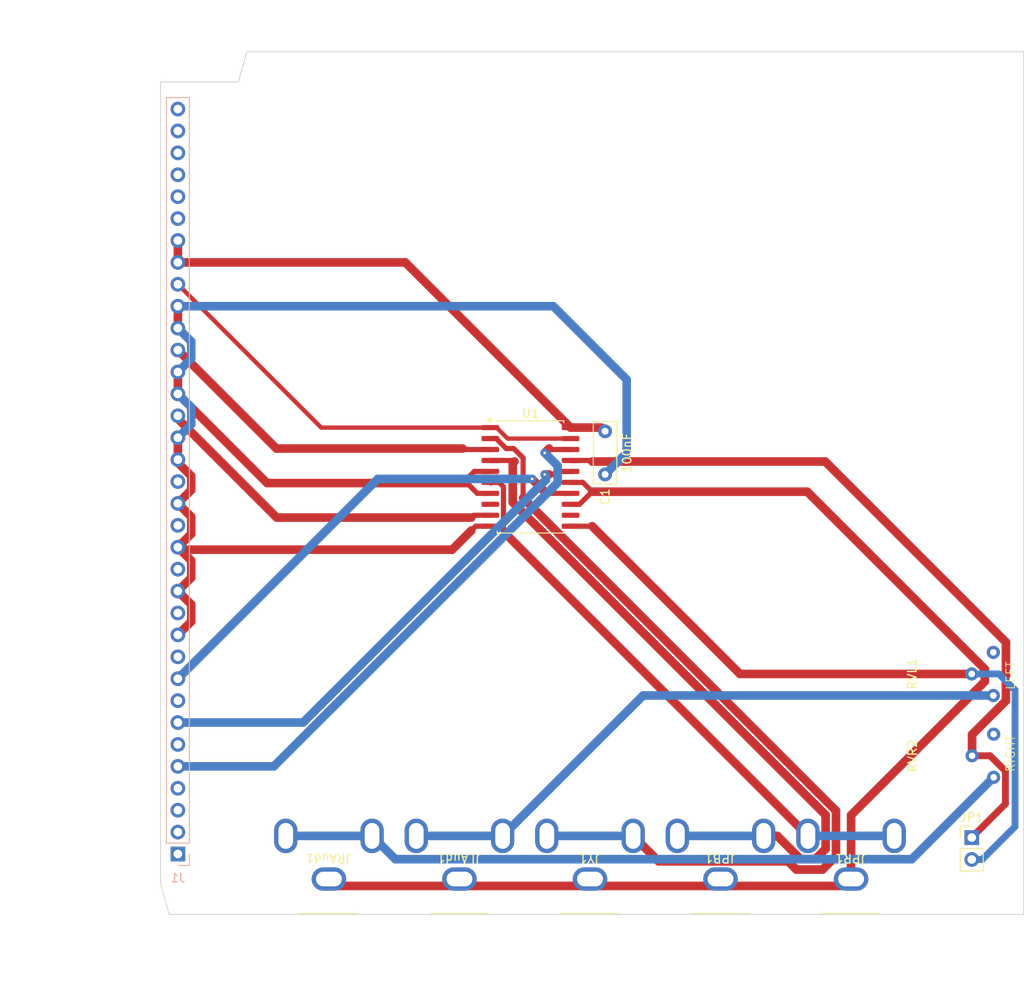
<source format=kicad_pcb>
(kicad_pcb (version 20240108) (generator "pcbnew") (generator_version "8.0")
  (layers (0 "F.Cu" signal) (31 "B.Cu" signal) (34 "B.Paste" user) (35 "F.Paste" user) (36 "B.SilkS" user "B.Silkscreen") (37 "F.SilkS" user "F.Silkscreen") (38 "B.Mask" user) (39 "F.Mask" user) (44 "Edge.Cuts" user))
  (net 0 "")
  (net 1 "/V_V")
  (net 2 "GND")
  (net 4 "/CV_Y")
  (net 7 "/V_G")
  (net 9 "/SV_Y")
  (net 11 "+5V")
  (net 12 "/R_AUD")
  (net 13 "/ACTIVE")
  (net 15 "/CV_Pr")
  (net 16 "/L_AUD")
  (net 18 "/V_B")
  (net 19 "/SV_L")
  (net 20 "/V_R")
  (net 21 "/V_H")
  (net 24 "/CV_Pb")
  (net 25 "Net-(JLAud1-In)")
  (net 26 "Net-(JPB1-In)")
  (net 27 "Net-(JPR1-In)")
  (net 28 "Net-(JP1-B)")
  (net 29 "Net-(JP1-A)")
  (net 30 "Net-(JLAud1-Ext)")
  (net 31 "Net-(JRAud1-In)")
  (net 32 "Net-(JY1-In)")
  (footprint "CheshBits:RCA Single (Altronics)" (layer "F.Cu") (at 140.625 137.9 180)
    (property "Reference" "JLAud1" (at 0 -2.6 180) (layer "F.SilkS"))
    (property "Value" "Conn_Coaxial")
    (fp_line (start -3.4 -9) (end 3.4 -9) (stroke (width 0.12)) (layer "F.SilkS"))
    (pad "1" thru_hole oval (at -5 0 270) (size 4 2.7) (drill oval 3 1.7) (layers "*.Cu" "*.Mask") (net 25 "Net-(JLAud1-In)"))
    (pad "1" thru_hole oval (at 5 0 270) (size 4 2.7) (drill oval 3 1.7) (layers "*.Cu" "*.Mask") (net 25 "Net-(JLAud1-In)"))
    (pad "2" thru_hole oval (at 0 -5 180) (size 4 2.7) (drill oval 3 1.7) (layers "*.Cu" "*.Mask") (net 30 "Net-(JLAud1-Ext)"))
  )
  (footprint "CheshBits:RCA Single (Altronics)" (layer "F.Cu") (at 155.75 137.9 180)
    (property "Reference" "JY1" (at 0 -2.6 180) (layer "F.SilkS"))
    (property "Value" "Conn_Coaxial")
    (fp_line (start -3.4 -9) (end 3.4 -9) (stroke (width 0.12)) (layer "F.SilkS"))
    (pad "1" thru_hole oval (at -5 0 270) (size 4 2.7) (drill oval 3 1.7) (layers "*.Cu" "*.Mask") (net 32 "Net-(JY1-In)"))
    (pad "1" thru_hole oval (at 5 0 270) (size 4 2.7) (drill oval 3 1.7) (layers "*.Cu" "*.Mask") (net 32 "Net-(JY1-In)"))
    (pad "2" thru_hole oval (at 0 -5 180) (size 4 2.7) (drill oval 3 1.7) (layers "*.Cu" "*.Mask") (net 30 "Net-(JLAud1-Ext)"))
  )
  (footprint "CheshBits:RCA Single (Altronics)" (layer "F.Cu") (at 186 137.9 180)
    (property "Reference" "JPR1" (at 0 -2.6 180) (layer "F.SilkS"))
    (property "Value" "Conn_Coaxial")
    (fp_line (start -3.4 -9) (end 3.4 -9) (stroke (width 0.12)) (layer "F.SilkS"))
    (pad "1" thru_hole oval (at -5 0 270) (size 4 2.7) (drill oval 3 1.7) (layers "*.Cu" "*.Mask") (net 27 "Net-(JPR1-In)"))
    (pad "1" thru_hole oval (at 5 0 270) (size 4 2.7) (drill oval 3 1.7) (layers "*.Cu" "*.Mask") (net 27 "Net-(JPR1-In)"))
    (pad "2" thru_hole oval (at 0 -5 180) (size 4 2.7) (drill oval 3 1.7) (layers "*.Cu" "*.Mask") (net 30 "Net-(JLAud1-Ext)"))
  )
  (footprint "Connector_PinHeader_2.54mm:PinHeader_1x02_P2.54mm_Vertical" (layer "F.Cu") (at 199.98 138.095)
    (property "Reference" "JP1" (at 0 -2.33 0) (layer "F.SilkS"))
    (property "Value" "Jumper_2_Open")
    (fp_line (start -1.33 -1.33) (end 0 -1.33) (stroke (width 0.12)) (layer "F.SilkS"))
    (fp_line (start -1.33 0) (end -1.33 -1.33) (stroke (width 0.12)) (layer "F.SilkS"))
    (fp_line (start -1.33 1.27) (end -1.33 3.87) (stroke (width 0.12)) (layer "F.SilkS"))
    (fp_line (start -1.33 1.27) (end 1.33 1.27) (stroke (width 0.12)) (layer "F.SilkS"))
    (fp_line (start -1.33 3.87) (end 1.33 3.87) (stroke (width 0.12)) (layer "F.SilkS"))
    (fp_line (start 1.33 1.27) (end 1.33 3.87) (stroke (width 0.12)) (layer "F.SilkS"))
    (pad "1" thru_hole rect (at 0 0) (size 1.7 1.7) (drill 1) (layers "*.Cu" "*.Mask") (net 29 "Net-(JP1-A)"))
    (pad "2" thru_hole oval (at 0 2.54) (size 1.7 1.7) (drill 1) (layers "*.Cu" "*.Mask") (net 28 "Net-(JP1-B)"))
  )
  (footprint "CheshBits:TrimPot Vertical (Altronics)" (layer "F.Cu") (at 193.62 128.61 90)
    (property "Reference" "RVR2" (at 0 -0.5 90) (layer "F.SilkS"))
    (property "Value" "10k")
    (pad "1" thru_hole circle (at -2.5 8.9 90) (size 1.524 1.524) (drill 0.762) (layers "*.Cu" "*.Mask") (net 31 "Net-(JRAud1-In)"))
    (pad "2" thru_hole circle (at 0 6.4 90) (size 1.524 1.524) (drill 0.762) (layers "*.Cu" "*.Mask") (net 29 "Net-(JP1-A)"))
    (pad "3" thru_hole circle (at 2.5 8.9 90) (size 1.524 1.524) (drill 0.762) (layers "*.Cu" "*.Mask"))
  )
  (footprint "Capacitor_THT:C_Disc_D7.0mm_W2.5mm_P5.00mm" (layer "F.Cu") (at 157.5 91 -90)
    (property "Reference" "C1" (at 7.58 0 90) (layer "F.SilkS"))
    (property "Value" "100nF" (at 2.5 -2.54 90) (layer "F.SilkS"))
    (fp_line (start -1.12 1.37) (end 6.12 1.37) (stroke (width 0.12)) (layer "F.SilkS"))
    (fp_line (start -1.12 -1.37) (end -1.12 1.37) (stroke (width 0.12)) (layer "F.SilkS"))
    (fp_line (start -1.12 -1.37) (end 6.12 -1.37) (stroke (width 0.12)) (layer "F.SilkS"))
    (fp_line (start 6.12 -1.37) (end 6.12 1.37) (stroke (width 0.12)) (layer "F.SilkS"))
    (pad "1" thru_hole circle (at 0 0 270) (size 1.6 1.6) (drill 0.8) (layers "*.Cu" "*.Mask") (net 11 "+5V"))
    (pad "2" thru_hole circle (at 5 0 270) (size 1.6 1.6) (drill 0.8) (layers "*.Cu" "*.Mask") (net 2 "GND"))
  )
  (footprint "CheshBits:TrimPot Vertical (Altronics)" (layer "F.Cu") (at 193.58 119.125 90)
    (property "Reference" "RVL1" (at 0 -0.5 90) (layer "F.SilkS"))
    (property "Value" "10k")
    (pad "1" thru_hole circle (at -2.5 8.9 90) (size 1.524 1.524) (drill 0.762) (layers "*.Cu" "*.Mask") (net 25 "Net-(JLAud1-In)"))
    (pad "2" thru_hole circle (at 0 6.4 90) (size 1.524 1.524) (drill 0.762) (layers "*.Cu" "*.Mask") (net 28 "Net-(JP1-B)"))
    (pad "3" thru_hole circle (at 2.5 8.9 90) (size 1.524 1.524) (drill 0.762) (layers "*.Cu" "*.Mask"))
  )
  (footprint "CheshBits:RCA Single (Altronics)" (layer "F.Cu") (at 125.5 137.9 180)
    (property "Reference" "JRAud1" (at 0 -2.6 180) (layer "F.SilkS"))
    (property "Value" "Conn_Coaxial")
    (fp_line (start -3.4 -9) (end 3.4 -9) (stroke (width 0.12)) (layer "F.SilkS"))
    (pad "1" thru_hole oval (at -5 0 270) (size 4 2.7) (drill oval 3 1.7) (layers "*.Cu" "*.Mask") (net 31 "Net-(JRAud1-In)"))
    (pad "1" thru_hole oval (at 5 0 270) (size 4 2.7) (drill oval 3 1.7) (layers "*.Cu" "*.Mask") (net 31 "Net-(JRAud1-In)"))
    (pad "2" thru_hole oval (at 0 -5 180) (size 4 2.7) (drill oval 3 1.7) (layers "*.Cu" "*.Mask") (net 30 "Net-(JLAud1-Ext)"))
  )
  (footprint "Package_SO:SOIC-20W_7.5x12.8mm_P1.27mm" (layer "F.Cu") (at 148.85 96.285)
    (property "Reference" "U1" (at 0 -7.35 0) (layer "F.SilkS"))
    (property "Value" "SN74CBT3244PW")
    (fp_line (start -3.86 -6.51) (end -3.86 -6.275) (stroke (width 0.12)) (layer "F.SilkS"))
    (fp_line (start -3.86 6.51) (end -3.86 6.275) (stroke (width 0.12)) (layer "F.SilkS"))
    (fp_line (start 0 -6.51) (end -3.86 -6.51) (stroke (width 0.12)) (layer "F.SilkS"))
    (fp_line (start 0 -6.51) (end 3.86 -6.51) (stroke (width 0.12)) (layer "F.SilkS"))
    (fp_line (start 0 6.51) (end -3.86 6.51) (stroke (width 0.12)) (layer "F.SilkS"))
    (fp_line (start 0 6.51) (end 3.86 6.51) (stroke (width 0.12)) (layer "F.SilkS"))
    (fp_line (start 3.86 -6.51) (end 3.86 -6.275) (stroke (width 0.12)) (layer "F.SilkS"))
    (fp_line (start 3.86 6.51) (end 3.86 6.275) (stroke (width 0.12)) (layer "F.SilkS"))
    (fp_poly (pts (xy -4.7125 -6.275) (xy -5.0525 -6.745) (xy -4.3725 -6.745) (xy -4.7125 -6.275)) (stroke (width 0.12)) (fill solid) (layer "F.SilkS"))
    (pad "1" smd roundrect (at -4.65 -5.715) (size 2.05 0.6) (layers "F.Cu" "F.Paste" "F.Mask") (net 13 "/ACTIVE"))
    (pad "2" smd roundrect (at -4.65 -4.445) (size 2.05 0.6) (layers "F.Cu" "F.Paste" "F.Mask") (net 32 "Net-(JY1-In)"))
    (pad "3" smd roundrect (at -4.65 -3.175) (size 2.05 0.6) (layers "F.Cu" "F.Paste" "F.Mask") (net 12 "/R_AUD"))
    (pad "4" smd roundrect (at -4.65 -1.905) (size 2.05 0.6) (layers "F.Cu" "F.Paste" "F.Mask") (net 26 "Net-(JPB1-In)"))
    (pad "5" smd roundrect (at -4.65 -0.635) (size 2.05 0.6) (layers "F.Cu" "F.Paste" "F.Mask") (net 2 "GND"))
    (pad "6" smd roundrect (at -4.65 0.635) (size 2.05 0.6) (layers "F.Cu" "F.Paste" "F.Mask") (net 27 "Net-(JPR1-In)"))
    (pad "7" smd roundrect (at -4.65 1.905) (size 2.05 0.6) (layers "F.Cu" "F.Paste" "F.Mask") (net 2 "GND"))
    (pad "8" smd roundrect (at -4.65 3.175) (size 2.05 0.6) (layers "F.Cu" "F.Paste" "F.Mask"))
    (pad "9" smd roundrect (at -4.65 4.445) (size 2.05 0.6) (layers "F.Cu" "F.Paste" "F.Mask") (net 16 "/L_AUD"))
    (pad "10" smd roundrect (at -4.65 5.715) (size 2.05 0.6) (layers "F.Cu" "F.Paste" "F.Mask") (net 2 "GND"))
    (pad "11" smd roundrect (at 4.65 5.715) (size 2.05 0.6) (layers "F.Cu" "F.Paste" "F.Mask") (net 28 "Net-(JP1-B)"))
    (pad "12" smd roundrect (at 4.65 4.445) (size 2.05 0.6) (layers "F.Cu" "F.Paste" "F.Mask"))
    (pad "13" smd roundrect (at 4.65 3.175) (size 2.05 0.6) (layers "F.Cu" "F.Paste" "F.Mask") (net 30 "Net-(JLAud1-Ext)"))
    (pad "14" smd roundrect (at 4.65 1.905) (size 2.05 0.6) (layers "F.Cu" "F.Paste" "F.Mask") (net 15 "/CV_Pr"))
    (pad "15" smd roundrect (at 4.65 0.635) (size 2.05 0.6) (layers "F.Cu" "F.Paste" "F.Mask") (net 30 "Net-(JLAud1-Ext)"))
    (pad "16" smd roundrect (at 4.65 -0.635) (size 2.05 0.6) (layers "F.Cu" "F.Paste" "F.Mask") (net 24 "/CV_Pb"))
    (pad "17" smd roundrect (at 4.65 -1.905) (size 2.05 0.6) (layers "F.Cu" "F.Paste" "F.Mask") (net 29 "Net-(JP1-A)"))
    (pad "18" smd roundrect (at 4.65 -3.175) (size 2.05 0.6) (layers "F.Cu" "F.Paste" "F.Mask") (net 4 "/CV_Y"))
    (pad "19" smd roundrect (at 4.65 -4.445) (size 2.05 0.6) (layers "F.Cu" "F.Paste" "F.Mask") (net 13 "/ACTIVE"))
    (pad "20" smd roundrect (at 4.65 -5.715) (size 2.05 0.6) (layers "F.Cu" "F.Paste" "F.Mask") (net 11 "+5V"))
  )
  (footprint "CheshBits:RCA Single (Altronics)" (layer "F.Cu") (at 170.875 137.9 180)
    (property "Reference" "JPB1" (at 0 -2.6 180) (layer "F.SilkS"))
    (property "Value" "Conn_Coaxial")
    (fp_line (start -3.4 -9) (end 3.4 -9) (stroke (width 0.12)) (layer "F.SilkS"))
    (pad "1" thru_hole oval (at -5 0 270) (size 4 2.7) (drill oval 3 1.7) (layers "*.Cu" "*.Mask") (net 26 "Net-(JPB1-In)"))
    (pad "1" thru_hole oval (at 5 0 270) (size 4 2.7) (drill oval 3 1.7) (layers "*.Cu" "*.Mask") (net 26 "Net-(JPB1-In)"))
    (pad "2" thru_hole oval (at 0 -5 180) (size 4 2.7) (drill oval 3 1.7) (layers "*.Cu" "*.Mask") (net 30 "Net-(JLAud1-Ext)"))
  )
  (footprint "Connector_PinSocket_2.54mm:PinSocket_1x35_P2.54mm_Vertical" (layer "B.Cu") (at 108 140)
    (property "Reference" "J1" (at 0 2.77 0) (layer "B.SilkS") (effects (justify mirror)))
    (property "Value" "Conn_01x35_Pin")
    (fp_line (start -1.33 -87.69) (end -1.33 -1.27) (stroke (width 0.12)) (layer "B.SilkS"))
    (fp_line (start 1.33 -87.69) (end -1.33 -87.69) (stroke (width 0.12)) (layer "B.SilkS"))
    (fp_line (start 1.33 -87.69) (end 1.33 -1.27) (stroke (width 0.12)) (layer "B.SilkS"))
    (fp_line (start 1.33 -1.27) (end -1.33 -1.27) (stroke (width 0.12)) (layer "B.SilkS"))
    (fp_line (start 1.33 0) (end 1.33 1.33) (stroke (width 0.12)) (layer "B.SilkS"))
    (fp_line (start 1.33 1.33) (end 0 1.33) (stroke (width 0.12)) (layer "B.SilkS"))
    (pad "1" thru_hole rect (at 0 0) (size 1.7 1.7) (drill 1) (layers "*.Cu" "*.Mask"))
    (pad "2" thru_hole oval (at 0 -2.54) (size 1.7 1.7) (drill 1) (layers "*.Cu" "*.Mask") (net 9 "/SV_Y"))
    (pad "3" thru_hole oval (at 0 -5.08) (size 1.7 1.7) (drill 1) (layers "*.Cu" "*.Mask") (net 2 "GND"))
    (pad "4" thru_hole oval (at 0 -7.62) (size 1.7 1.7) (drill 1) (layers "*.Cu" "*.Mask") (net 19 "/SV_L"))
    (pad "5" thru_hole oval (at 0 -10.16) (size 1.7 1.7) (drill 1) (layers "*.Cu" "*.Mask") (net 4 "/CV_Y"))
    (pad "6" thru_hole oval (at 0 -12.7) (size 1.7 1.7) (drill 1) (layers "*.Cu" "*.Mask") (net 2 "GND"))
    (pad "7" thru_hole oval (at 0 -15.24) (size 1.7 1.7) (drill 1) (layers "*.Cu" "*.Mask") (net 24 "/CV_Pb"))
    (pad "8" thru_hole oval (at 0 -17.78) (size 1.7 1.7) (drill 1) (layers "*.Cu" "*.Mask") (net 2 "GND"))
    (pad "9" thru_hole oval (at 0 -20.32) (size 1.7 1.7) (drill 1) (layers "*.Cu" "*.Mask") (net 15 "/CV_Pr"))
    (pad "10" thru_hole oval (at 0 -22.86) (size 1.7 1.7) (drill 1) (layers "*.Cu" "*.Mask") (net 20 "/V_R"))
    (pad "11" thru_hole oval (at 0 -25.4) (size 1.7 1.7) (drill 1) (layers "*.Cu" "*.Mask") (net 2 "GND"))
    (pad "12" thru_hole oval (at 0 -27.94) (size 1.7 1.7) (drill 1) (layers "*.Cu" "*.Mask") (net 7 "/V_G"))
    (pad "13" thru_hole oval (at 0 -30.48) (size 1.7 1.7) (drill 1) (layers "*.Cu" "*.Mask") (net 2 "GND"))
    (pad "14" thru_hole oval (at 0 -33.02) (size 1.7 1.7) (drill 1) (layers "*.Cu" "*.Mask") (net 18 "/V_B"))
    (pad "15" thru_hole oval (at 0 -35.56) (size 1.7 1.7) (drill 1) (layers "*.Cu" "*.Mask") (net 2 "GND"))
    (pad "16" thru_hole oval (at 0 -38.1) (size 1.7 1.7) (drill 1) (layers "*.Cu" "*.Mask") (net 21 "/V_H"))
    (pad "17" thru_hole oval (at 0 -40.64) (size 1.7 1.7) (drill 1) (layers "*.Cu" "*.Mask") (net 2 "GND"))
    (pad "18" thru_hole oval (at 0 -43.18) (size 1.7 1.7) (drill 1) (layers "*.Cu" "*.Mask") (net 1 "/V_V"))
    (pad "19" thru_hole oval (at 0 -45.72) (size 1.7 1.7) (drill 1) (layers "*.Cu" "*.Mask") (net 2 "GND"))
    (pad "20" thru_hole oval (at 0 -48.26) (size 1.7 1.7) (drill 1) (layers "*.Cu" "*.Mask") (net 2 "GND"))
    (pad "21" thru_hole oval (at 0 -50.8) (size 1.7 1.7) (drill 1) (layers "*.Cu" "*.Mask") (net 16 "/L_AUD"))
    (pad "22" thru_hole oval (at 0 -53.34) (size 1.7 1.7) (drill 1) (layers "*.Cu" "*.Mask") (net 2 "GND"))
    (pad "23" thru_hole oval (at 0 -55.88) (size 1.7 1.7) (drill 1) (layers "*.Cu" "*.Mask") (net 2 "GND"))
    (pad "24" thru_hole oval (at 0 -58.42) (size 1.7 1.7) (drill 1) (layers "*.Cu" "*.Mask") (net 12 "/R_AUD"))
    (pad "25" thru_hole oval (at 0 -60.96) (size 1.7 1.7) (drill 1) (layers "*.Cu" "*.Mask") (net 2 "GND"))
    (pad "26" thru_hole oval (at 0 -63.5) (size 1.7 1.7) (drill 1) (layers "*.Cu" "*.Mask") (net 2 "GND"))
    (pad "27" thru_hole oval (at 0 -66.04) (size 1.7 1.7) (drill 1) (layers "*.Cu" "*.Mask") (net 13 "/ACTIVE"))
    (pad "28" thru_hole oval (at 0 -68.58) (size 1.7 1.7) (drill 1) (layers "*.Cu" "*.Mask") (net 11 "+5V"))
    (pad "29" thru_hole oval (at 0 -71.12) (size 1.7 1.7) (drill 1) (layers "*.Cu" "*.Mask") (net 11 "+5V"))
    (pad "30" thru_hole oval (at 0 -73.66) (size 1.7 1.7) (drill 1) (layers "*.Cu" "*.Mask"))
    (pad "31" thru_hole oval (at 0 -76.2) (size 1.7 1.7) (drill 1) (layers "*.Cu" "*.Mask"))
    (pad "32" thru_hole oval (at 0 -78.74) (size 1.7 1.7) (drill 1) (layers "*.Cu" "*.Mask"))
    (pad "33" thru_hole oval (at 0 -81.28) (size 1.7 1.7) (drill 1) (layers "*.Cu" "*.Mask"))
    (pad "34" thru_hole oval (at 0 -83.82) (size 1.7 1.7) (drill 1) (layers "*.Cu" "*.Mask"))
    (pad "35" thru_hole oval (at 0 -86.36) (size 1.7 1.7) (drill 1) (layers "*.Cu" "*.Mask"))
  )
  (gr_poly (pts (xy 106 143.5) (xy 106 50.5) (xy 115 50.5) (xy 116 47) (xy 206 47) (xy 206 147) (xy 107 147)) (stroke (width 0.1)) (fill none) (layer "Edge.Cuts"))
  (gr_text "RIGHT\n" (at 205.06 130.555 90) (layer "F.SilkS") (effects (font (size 1 1) (thickness 0.1)) (justify left bottom)))
  (gr_text "LEFT\n" (at 205.06 121.03 90) (layer "F.SilkS") (effects (font (size 1 1) (thickness 0.1)) (justify left bottom)))
  (segment (start 109.55 111.07) (end 109.55 113.05) (width 1) (layer "F.Cu") (net 2))
  (segment (start 142.35 95.65) (end 144.2 95.65) (width 0.6) (layer "F.Cu") (net 2))
  (segment (start 141.5 96.5) (end 142.35 95.65) (width 0.6) (layer "F.Cu") (net 2))
  (segment (start 109.55 96.177968) (end 109.55 97.81) (width 1) (layer "F.Cu") (net 2))
  (segment (start 108 104.44) (end 108.28 104.72) (width 1) (layer "F.Cu") (net 2))
  (segment (start 108 84.12) (end 108 86.66) (width 1) (layer "F.Cu") (net 2))
  (segment (start 139.78 104.72) (end 142 102.5) (width 1) (layer "F.Cu") (net 2))
  (segment (start 108 109.52) (end 109.55 111.07) (width 1) (layer "F.Cu") (net 2))
  (segment (start 118.34 97) (end 141.5 97) (width 1) (layer "F.Cu") (net 2))
  (segment (start 109.55 113.05) (end 108 114.6) (width 1) (layer "F.Cu") (net 2))
  (segment (start 108 91.74) (end 108 94.28) (width 1) (layer "F.Cu") (net 2))
  (segment (start 109.55 97.81) (end 108 99.36) (width 1) (layer "F.Cu") (net 2))
  (segment (start 108 86.66) (end 118.34 97) (width 1) (layer "F.Cu") (net 2))
  (segment (start 142.5 102) (end 144.2 102) (width 0.6) (layer "F.Cu") (net 2))
  (segment (start 108 99.36) (end 109.55 100.91) (width 1) (layer "F.Cu") (net 2))
  (segment (start 109.55 102.89) (end 108 104.44) (width 1) (layer "F.Cu") (net 2))
  (segment (start 109.55 105.99) (end 109.55 107.97) (width 1) (layer "F.Cu") (net 2))
  (segment (start 108.28 104.72) (end 139.78 104.72) (width 1) (layer "F.Cu") (net 2))
  (segment (start 142.69 98.19) (end 144.2 98.19) (width 0.6) (layer "F.Cu") (net 2))
  (segment (start 141.5 97) (end 141.5 96.5) (width 0.6) (layer "F.Cu") (net 2))
  (segment (start 141.5 97) (end 142.69 98.19) (width 0.6) (layer "F.Cu") (net 2))
  (segment (start 108 104.44) (end 109.55 105.99) (width 1) (layer "F.Cu") (net 2))
  (segment (start 109.55 107.97) (end 108 109.52) (width 1) (layer "F.Cu") (net 2))
  (segment (start 108 94.28) (end 108 94.627968) (width 1) (layer "F.Cu") (net 2))
  (segment (start 109.55 100.91) (end 109.55 102.89) (width 1) (layer "F.Cu") (net 2))
  (segment (start 142 102.5) (end 142.5 102) (width 0.6) (layer "F.Cu") (net 2))
  (segment (start 108 76.5) (end 108 79.04) (width 1) (layer "F.Cu") (net 2))
  (segment (start 108 94.627968) (end 109.55 96.177968) (width 1) (layer "F.Cu") (net 2))
  (segment (start 160 85) (end 160 93.5) (width 1) (layer "B.Cu") (net 2))
  (segment (start 109.55 90.19) (end 109.55 88.21) (width 1) (layer "B.Cu") (net 2))
  (segment (start 108 84.12) (end 109.55 82.57) (width 1) (layer "B.Cu") (net 2))
  (segment (start 109.55 88.21) (end 108 86.66) (width 1) (layer "B.Cu") (net 2))
  (segment (start 108 76.5) (end 151.5 76.5) (width 1) (layer "B.Cu") (net 2))
  (segment (start 108 91.74) (end 109.55 90.19) (width 1) (layer "B.Cu") (net 2))
  (segment (start 109.55 80.59) (end 108 79.04) (width 1) (layer "B.Cu") (net 2))
  (segment (start 109.55 82.57) (end 109.55 80.59) (width 1) (layer "B.Cu") (net 2))
  (segment (start 151.5 76.5) (end 160 85) (width 1) (layer "B.Cu") (net 2))
  (segment (start 160 93.5) (end 157.5 96) (width 1) (layer "B.Cu") (net 2))
  (segment (start 151 93) (end 151.11 93.11) (width 0.6) (layer "F.Cu") (net 4))
  (segment (start 150.5 93.5) (end 151 93) (width 1) (layer "F.Cu") (net 4))
  (segment (start 151.11 93.11) (end 153.5 93.11) (width 0.6) (layer "F.Cu") (net 4))
  (via (at 150.5 93.5) (size 0.6) (drill 0.3) (layers "F.Cu" "B.Cu") (net 4))
  (segment (start 119.1217 129.84) (end 152 96.9617) (width 1) (layer "B.Cu") (net 4))
  (segment (start 108 129.84) (end 119.1217 129.84) (width 1) (layer "B.Cu") (net 4))
  (segment (start 152 95) (end 150.5 93.5) (width 1) (layer "B.Cu") (net 4))
  (segment (start 152 96.9617) (end 152 95) (width 1) (layer "B.Cu") (net 4))
  (segment (start 108 71.42) (end 134.35 71.42) (width 1) (layer "F.Cu") (net 11))
  (segment (start 153.5 90.57) (end 157.07 90.57) (width 1) (layer "F.Cu") (net 11))
  (segment (start 108 68.88) (end 108 71.42) (width 1) (layer "F.Cu") (net 11))
  (segment (start 134.35 71.42) (end 153.5 90.57) (width 1) (layer "F.Cu") (net 11))
  (segment (start 157.07 90.57) (end 157.5 91) (width 1) (layer "F.Cu") (net 11))
  (segment (start 119.42 93) (end 141 93) (width 1) (layer "F.Cu") (net 12))
  (segment (start 141.11 93.11) (end 144.2 93.11) (width 0.6) (layer "F.Cu") (net 12))
  (segment (start 108 81.58) (end 118 91.58) (width 1) (layer "F.Cu") (net 12))
  (segment (start 141 93) (end 141.11 93.11) (width 0.6) (layer "F.Cu") (net 12))
  (segment (start 118 91.58) (end 119.42 93) (width 1) (layer "F.Cu") (net 12))
  (segment (start 146.2 91.84) (end 153.5 91.84) (width 0.5) (layer "F.Cu") (net 13))
  (segment (start 144.2 90.57) (end 144.93 90.57) (width 0.5) (layer "F.Cu") (net 13))
  (segment (start 108 73.96) (end 124.61 90.57) (width 0.5) (layer "F.Cu") (net 13))
  (segment (start 144.93 90.57) (end 146.2 91.84) (width 0.5) (layer "F.Cu") (net 13))
  (segment (start 124.61 90.57) (end 144.2 90.57) (width 0.5) (layer "F.Cu") (net 13))
  (segment (start 150.69 98.19) (end 153.5 98.19) (width 0.6) (layer "F.Cu") (net 15))
  (segment (start 150.5 98) (end 149.05 96.55) (width 1) (layer "F.Cu") (net 15))
  (segment (start 150.5 98) (end 150.69 98.19) (width 0.6) (layer "F.Cu") (net 15))
  (segment (start 149.05 96.55) (end 149.05 96.517588) (width 1) (layer "F.Cu") (net 15))
  (via (at 149.05 96.517588) (size 0.6) (drill 0.3) (layers "F.Cu" "B.Cu") (net 15))
  (segment (start 131.162412 96.517588) (end 149.05 96.517588) (width 1) (layer "B.Cu") (net 15))
  (segment (start 108 119.68) (end 131.162412 96.517588) (width 1) (layer "B.Cu") (net 15))
  (segment (start 119.452032 101) (end 142 101) (width 1) (layer "F.Cu") (net 16))
  (segment (start 142 101) (end 142.27 100.73) (width 0.6) (layer "F.Cu") (net 16))
  (segment (start 108 89.2) (end 108 89.547968) (width 1) (layer "F.Cu") (net 16))
  (segment (start 142.27 100.73) (end 144.2 100.73) (width 0.6) (layer "F.Cu") (net 16))
  (segment (start 108 89.547968) (end 119.452032 101) (width 1) (layer "F.Cu") (net 16))
  (segment (start 151.5 96) (end 151.85 95.65) (width 0.6) (layer "F.Cu") (net 24))
  (segment (start 151 96) (end 151.5 96) (width 0.6) (layer "F.Cu") (net 24))
  (segment (start 151.85 95.65) (end 153.5 95.65) (width 0.6) (layer "F.Cu") (net 24))
  (segment (start 150.5 96) (end 151 96) (width 1) (layer "F.Cu") (net 24))
  (via (at 150.5 96) (size 0.6) (drill 0.3) (layers "F.Cu" "B.Cu") (net 24))
  (segment (start 150.651472 96.613172) (end 150.651472 96.151472) (width 1) (layer "B.Cu") (net 24))
  (segment (start 122.504644 124.76) (end 150.651472 96.613172) (width 1) (layer "B.Cu") (net 24))
  (segment (start 150.651472 96.151472) (end 150.5 96) (width 1) (layer "B.Cu") (net 24))
  (segment (start 108 124.76) (end 122.504644 124.76) (width 1) (layer "B.Cu") (net 24))
  (segment (start 135.625 137.9) (end 145.625 137.9) (width 1) (layer "B.Cu") (net 25))
  (segment (start 145.625 137.9) (end 161.9 121.625) (width 1) (layer "B.Cu") (net 25))
  (segment (start 161.9 121.625) (end 202.48 121.625) (width 1) (layer "B.Cu") (net 25))
  (segment (start 175.875 137.9) (end 177.450862 137.9) (width 1) (layer "F.Cu") (net 26))
  (segment (start 183.05 139.399138) (end 183.05 135.478294) (width 1) (layer "F.Cu") (net 26))
  (segment (start 183.05 135.478294) (end 146.8 99.228294) (width 1) (layer "F.Cu") (net 26))
  (segment (start 146.88 94.38) (end 144.2 94.38) (width 0.6) (layer "F.Cu") (net 26))
  (segment (start 147 94.5) (end 146.88 94.38) (width 0.6) (layer "F.Cu") (net 26))
  (segment (start 146.8 99.228294) (end 146.8 94.7) (width 1) (layer "F.Cu") (net 26))
  (segment (start 146.8 94.7) (end 147 94.5) (width 1) (layer "F.Cu") (net 26))
  (segment (start 181.849138 140.6) (end 183.05 139.399138) (width 1) (layer "F.Cu") (net 26))
  (segment (start 177.450862 137.9) (end 180.150862 140.6) (width 1) (layer "F.Cu") (net 26))
  (segment (start 180.150862 140.6) (end 181.849138 140.6) (width 1) (layer "F.Cu") (net 26))
  (segment (start 165.875 137.9) (end 175.875 137.9) (width 1) (layer "B.Cu") (net 26))
  (segment (start 145.224999 96.92) (end 144.2 96.92) (width 0.6) (layer "F.Cu") (net 27))
  (segment (start 146.5 103.4) (end 145.725 102.625) (width 0.6) (layer "F.Cu") (net 27))
  (segment (start 145.725 102.625) (end 145.725 97.420001) (width 0.6) (layer "F.Cu") (net 27))
  (segment (start 144.28 97) (end 144.2 96.92) (width 0.6) (layer "F.Cu") (net 27))
  (segment (start 181 137.9) (end 146.5 103.4) (width 1) (layer "F.Cu") (net 27))
  (segment (start 145.725 97.420001) (end 145.224999 96.92) (width 0.6) (layer "F.Cu") (net 27))
  (segment (start 181 137.9) (end 191 137.9) (width 1) (layer "B.Cu") (net 27))
  (segment (start 156 102) (end 153.5 102) (width 0.6) (layer "F.Cu") (net 28))
  (segment (start 173.125 119.125) (end 156 102) (width 1) (layer "F.Cu") (net 28))
  (segment (start 199.98 119.125) (end 173.125 119.125) (width 1) (layer "F.Cu") (net 28))
  (segment (start 201.182081 140.635) (end 205 136.817081) (width 0.8) (layer "B.Cu") (net 28))
  (segment (start 203.125 119.125) (end 199.98 119.125) (width 0.8) (layer "B.Cu") (net 28))
  (segment (start 199.98 140.635) (end 201.182081 140.635) (width 0.8) (layer "B.Cu") (net 28))
  (segment (start 205 121) (end 203.125 119.125) (width 0.8) (layer "B.Cu") (net 28))
  (segment (start 205 136.817081) (end 205 121) (width 0.8) (layer "B.Cu") (net 28))
  (segment (start 199.98 138.095) (end 203.882 134.193) (width 0.8) (layer "F.Cu") (net 29))
  (segment (start 156 94.5) (end 155.88 94.38) (width 0.6) (layer "F.Cu") (net 29))
  (segment (start 203.882 130.382) (end 202.11 128.61) (width 0.8) (layer "F.Cu") (net 29))
  (segment (start 155.88 94.38) (end 153.5 94.38) (width 0.6) (layer "F.Cu") (net 29))
  (segment (start 203.942 115.442) (end 183 94.5) (width 1) (layer "F.Cu") (net 29))
  (segment (start 202.11 128.61) (end 200.02 128.61) (width 0.8) (layer "F.Cu") (net 29))
  (segment (start 203.882 134.193) (end 203.882 130.382) (width 0.8) (layer "F.Cu") (net 29))
  (segment (start 200.02 128.61) (end 200.02 126.152581) (width 1) (layer "F.Cu") (net 29))
  (segment (start 203.942 122.230581) (end 203.942 115.442) (width 1) (layer "F.Cu") (net 29))
  (segment (start 183 94.5) (end 156 94.5) (width 1) (layer "F.Cu") (net 29))
  (segment (start 200.02 126.152581) (end 203.942 122.230581) (width 1) (layer "F.Cu") (net 29))
  (segment (start 186 142.9) (end 185.2 143.7) (width 1) (layer "F.Cu") (net 30))
  (segment (start 201.5 118.577419) (end 180.922581 98) (width 1) (layer "F.Cu") (net 30))
  (segment (start 186 142.9) (end 186 135.5) (width 1) (layer "F.Cu") (net 30))
  (segment (start 154.92 96.92) (end 153.5 96.92) (width 0.6) (layer "F.Cu") (net 30))
  (segment (start 156 98) (end 154.92 96.92) (width 0.6) (layer "F.Cu") (net 30))
  (segment (start 156 98) (end 154.54 99.46) (width 0.6) (layer "F.Cu") (net 30))
  (segment (start 201.5 120) (end 201.5 118.577419) (width 1) (layer "F.Cu") (net 30))
  (segment (start 126.3 143.7) (end 125.5 142.9) (width 1) (layer "F.Cu") (net 30))
  (segment (start 180.922581 98) (end 156 98) (width 1) (layer "F.Cu") (net 30))
  (segment (start 186 135.5) (end 201.5 120) (width 1) (layer "F.Cu") (net 30))
  (segment (start 154.54 99.46) (end 153.5 99.46) (width 0.6) (layer "F.Cu") (net 30))
  (segment (start 185.2 143.7) (end 126.3 143.7) (width 1) (layer "F.Cu") (net 30))
  (segment (start 193.03 140.6) (end 202.52 131.11) (width 1) (layer "B.Cu") (net 31))
  (segment (start 133.2 140.6) (end 193.03 140.6) (width 1) (layer "B.Cu") (net 31))
  (segment (start 130.5 137.9) (end 133.2 140.6) (width 1) (layer "B.Cu") (net 31))
  (segment (start 120.5 137.9) (end 130.5 137.9) (width 1) (layer "B.Cu") (net 31))
  (segment (start 148 98.731238) (end 148 94.085786) (width 0.6) (layer "F.Cu") (net 32))
  (segment (start 148 94.085786) (end 146.914214 93) (width 0.6) (layer "F.Cu") (net 32))
  (segment (start 184.25 140.25) (end 184.25 134.981238) (width 1) (layer "F.Cu") (net 32))
  (segment (start 182.7 141.8) (end 184.25 140.25) (width 1) (layer "F.Cu") (net 32))
  (segment (start 184.25 134.981238) (end 148 98.731238) (width 1) (layer "F.Cu") (net 32))
  (segment (start 146.914214 93) (end 146.038394 93) (width 0.6) (layer "F.Cu") (net 32))
  (segment (start 144.878394 91.84) (end 144.2 91.84) (width 0.6) (layer "F.Cu") (net 32))
  (segment (start 179.653806 141.8) (end 182.7 141.8) (width 1) (layer "F.Cu") (net 32))
  (segment (start 178.703806 140.85) (end 179.653806 141.8) (width 1) (layer "F.Cu") (net 32))
  (segment (start 160.75 137.9) (end 163.7 140.85) (width 1) (layer "F.Cu") (net 32))
  (segment (start 146.038394 93) (end 144.878394 91.84) (width 0.6) (layer "F.Cu") (net 32))
  (segment (start 163.7 140.85) (end 178.703806 140.85) (width 1) (layer "F.Cu") (net 32))
  (segment (start 150.75 137.9) (end 160.75 137.9) (width 1) (layer "B.Cu") (net 32))
)
</source>
